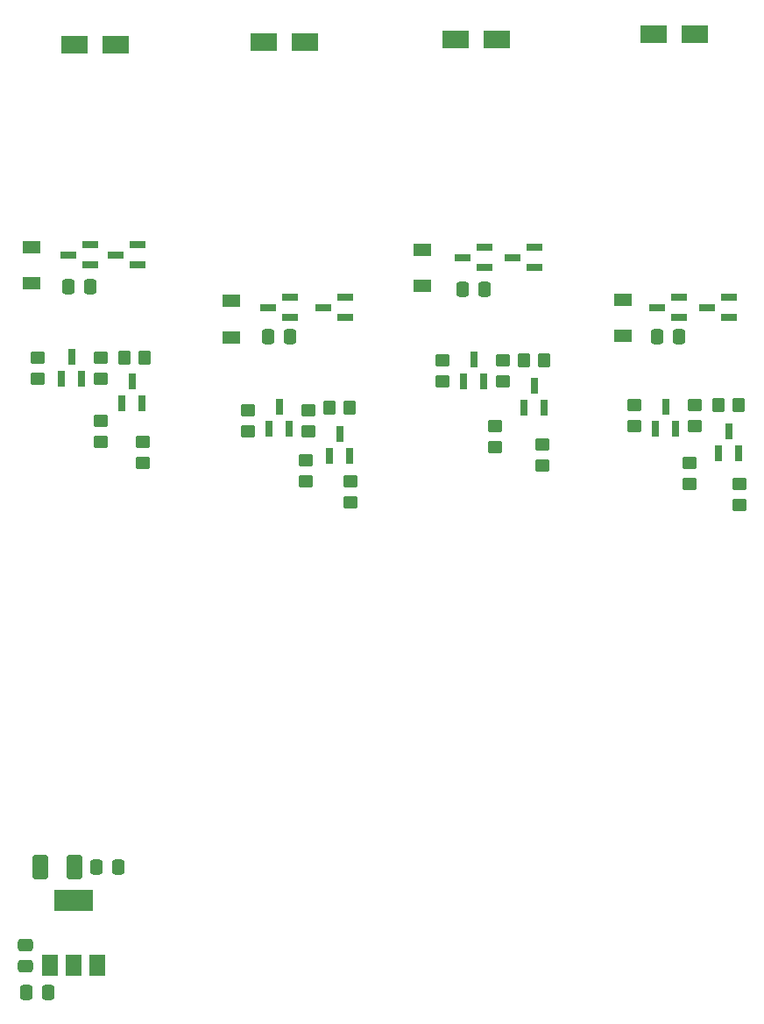
<source format=gbr>
%TF.GenerationSoftware,KiCad,Pcbnew,(6.0.2)*%
%TF.CreationDate,2022-05-13T11:42:35+02:00*%
%TF.ProjectId,shake-it-machine_pcb,7368616b-652d-4697-942d-6d616368696e,rev?*%
%TF.SameCoordinates,PXfad648a0PYf0f792d2*%
%TF.FileFunction,Paste,Bot*%
%TF.FilePolarity,Positive*%
%FSLAX46Y46*%
G04 Gerber Fmt 4.6, Leading zero omitted, Abs format (unit mm)*
G04 Created by KiCad (PCBNEW (6.0.2)) date 2022-05-13 11:42:35*
%MOMM*%
%LPD*%
G01*
G04 APERTURE LIST*
G04 Aperture macros list*
%AMRoundRect*
0 Rectangle with rounded corners*
0 $1 Rounding radius*
0 $2 $3 $4 $5 $6 $7 $8 $9 X,Y pos of 4 corners*
0 Add a 4 corners polygon primitive as box body*
4,1,4,$2,$3,$4,$5,$6,$7,$8,$9,$2,$3,0*
0 Add four circle primitives for the rounded corners*
1,1,$1+$1,$2,$3*
1,1,$1+$1,$4,$5*
1,1,$1+$1,$6,$7*
1,1,$1+$1,$8,$9*
0 Add four rect primitives between the rounded corners*
20,1,$1+$1,$2,$3,$4,$5,0*
20,1,$1+$1,$4,$5,$6,$7,0*
20,1,$1+$1,$6,$7,$8,$9,0*
20,1,$1+$1,$8,$9,$2,$3,0*%
G04 Aperture macros list end*
%ADD10R,2.500000X1.800000*%
%ADD11R,1.700000X1.300000*%
%ADD12R,1.600000X0.800000*%
%ADD13RoundRect,0.250000X0.337500X0.475000X-0.337500X0.475000X-0.337500X-0.475000X0.337500X-0.475000X0*%
%ADD14RoundRect,0.249999X0.450001X-0.350001X0.450001X0.350001X-0.450001X0.350001X-0.450001X-0.350001X0*%
%ADD15RoundRect,0.249999X-0.350001X-0.450001X0.350001X-0.450001X0.350001X0.450001X-0.350001X0.450001X0*%
%ADD16RoundRect,0.249999X-0.450001X0.350001X-0.450001X-0.350001X0.450001X-0.350001X0.450001X0.350001X0*%
%ADD17R,0.800000X1.600000*%
%ADD18RoundRect,0.250000X0.475000X-0.337500X0.475000X0.337500X-0.475000X0.337500X-0.475000X-0.337500X0*%
%ADD19RoundRect,0.250000X-0.337500X-0.475000X0.337500X-0.475000X0.337500X0.475000X-0.337500X0.475000X0*%
%ADD20RoundRect,0.250000X0.500000X0.925000X-0.500000X0.925000X-0.500000X-0.925000X0.500000X-0.925000X0*%
%ADD21R,1.500000X2.000000*%
%ADD22R,3.800000X2.000000*%
G04 APERTURE END LIST*
D10*
%TO.C,D8*%
X41122000Y95769522D03*
X37122000Y95769522D03*
%TD*%
D11*
%TO.C,D7*%
X33991200Y70747922D03*
X33991200Y67247922D03*
%TD*%
%TO.C,D9*%
X14661800Y75929522D03*
X14661800Y72429522D03*
%TD*%
D12*
%TO.C,Q17*%
X24948800Y76160722D03*
X24948800Y74230322D03*
X22812000Y75195522D03*
%TD*%
%TO.C,Q18*%
X20376800Y76160722D03*
X20376800Y74230322D03*
X18240000Y75195522D03*
%TD*%
D13*
%TO.C,C24*%
X20347500Y72147522D03*
X18272500Y72147522D03*
%TD*%
%TO.C,C23*%
X39651500Y67321522D03*
X37576500Y67321522D03*
%TD*%
D14*
%TO.C,R17*%
X54362000Y63019522D03*
X54362000Y65019522D03*
%TD*%
D15*
%TO.C,R13*%
X62252000Y65035522D03*
X64252000Y65035522D03*
%TD*%
D14*
%TO.C,R10*%
X59442000Y56653522D03*
X59442000Y58653522D03*
%TD*%
D16*
%TO.C,R8*%
X64014000Y56891522D03*
X64014000Y54891522D03*
%TD*%
D12*
%TO.C,Q8*%
X58476800Y75906722D03*
X58476800Y73976322D03*
X56340000Y74941522D03*
%TD*%
D17*
%TO.C,Q4*%
X58375200Y62952722D03*
X56444800Y62952722D03*
X57410000Y65089522D03*
%TD*%
D13*
%TO.C,C22*%
X58447500Y71893522D03*
X56372500Y71893522D03*
%TD*%
D11*
%TO.C,D4*%
X52482400Y75675522D03*
X52482400Y72175522D03*
%TD*%
D13*
%TO.C,C9*%
X16258100Y3999322D03*
X14183100Y3999322D03*
%TD*%
D18*
%TO.C,C10*%
X14128400Y6492422D03*
X14128400Y8567422D03*
%TD*%
D19*
%TO.C,C14*%
X20964900Y16089722D03*
X23039900Y16089722D03*
%TD*%
D20*
%TO.C,C15*%
X18801400Y16089722D03*
X15551400Y16089722D03*
%TD*%
D13*
%TO.C,C21*%
X77243500Y67321522D03*
X75168500Y67321522D03*
%TD*%
D11*
%TO.C,D3*%
X71811800Y70849522D03*
X71811800Y67349522D03*
%TD*%
D10*
%TO.C,D5*%
X78815600Y96531522D03*
X74815600Y96531522D03*
%TD*%
%TO.C,D6*%
X59689400Y96023522D03*
X55689400Y96023522D03*
%TD*%
%TO.C,D10*%
X22834000Y95515522D03*
X18834000Y95515522D03*
%TD*%
D17*
%TO.C,Q1*%
X83013200Y56040722D03*
X81082800Y56040722D03*
X82048000Y58177522D03*
%TD*%
%TO.C,Q2*%
X64217200Y60412722D03*
X62286800Y60412722D03*
X63252000Y62549522D03*
%TD*%
%TO.C,Q3*%
X76917200Y58380722D03*
X74986800Y58380722D03*
X75952000Y60517522D03*
%TD*%
D12*
%TO.C,Q5*%
X82098800Y71080722D03*
X82098800Y69150322D03*
X79962000Y70115522D03*
%TD*%
%TO.C,Q6*%
X77272800Y71080722D03*
X77272800Y69150322D03*
X75136000Y70115522D03*
%TD*%
%TO.C,Q7*%
X63302800Y75906722D03*
X63302800Y73976322D03*
X61166000Y74941522D03*
%TD*%
D17*
%TO.C,Q11*%
X45421200Y55786722D03*
X43490800Y55786722D03*
X44456000Y57923522D03*
%TD*%
%TO.C,Q12*%
X25355200Y60866722D03*
X23424800Y60866722D03*
X24390000Y63003522D03*
%TD*%
%TO.C,Q13*%
X39579200Y58380722D03*
X37648800Y58380722D03*
X38614000Y60517522D03*
%TD*%
%TO.C,Q14*%
X19513200Y63206722D03*
X17582800Y63206722D03*
X18548000Y65343522D03*
%TD*%
D12*
%TO.C,Q15*%
X45014800Y71080722D03*
X45014800Y69150322D03*
X42878000Y70115522D03*
%TD*%
%TO.C,Q16*%
X39680800Y71080722D03*
X39680800Y69150322D03*
X37544000Y70115522D03*
%TD*%
D16*
%TO.C,R7*%
X83064000Y53081522D03*
X83064000Y51081522D03*
%TD*%
D14*
%TO.C,R9*%
X78238000Y53113522D03*
X78238000Y55113522D03*
%TD*%
D15*
%TO.C,R11*%
X81048000Y60717522D03*
X83048000Y60717522D03*
%TD*%
D16*
%TO.C,R14*%
X78746000Y60701522D03*
X78746000Y58701522D03*
%TD*%
%TO.C,R15*%
X60204000Y65019522D03*
X60204000Y63019522D03*
%TD*%
D14*
%TO.C,R16*%
X72904000Y58701522D03*
X72904000Y60701522D03*
%TD*%
D16*
%TO.C,R22*%
X45472000Y53335522D03*
X45472000Y51335522D03*
%TD*%
D14*
%TO.C,R23*%
X41154000Y53367522D03*
X41154000Y55367522D03*
%TD*%
D16*
%TO.C,R26*%
X25406000Y57145522D03*
X25406000Y55145522D03*
%TD*%
D14*
%TO.C,R27*%
X21342000Y57177522D03*
X21342000Y59177522D03*
%TD*%
D15*
%TO.C,R28*%
X43456000Y60463522D03*
X45456000Y60463522D03*
%TD*%
D16*
%TO.C,R29*%
X41408000Y60193522D03*
X41408000Y58193522D03*
%TD*%
D15*
%TO.C,R30*%
X23644000Y65289522D03*
X25644000Y65289522D03*
%TD*%
D16*
%TO.C,R31*%
X21342000Y65273522D03*
X21342000Y63273522D03*
%TD*%
D14*
%TO.C,R32*%
X35566000Y58193522D03*
X35566000Y60193522D03*
%TD*%
D16*
%TO.C,R33*%
X15246000Y65273522D03*
X15246000Y63273522D03*
%TD*%
D21*
%TO.C,U3*%
X21076600Y6589722D03*
X18776600Y6589722D03*
D22*
X18776600Y12889722D03*
D21*
X16476600Y6589722D03*
%TD*%
M02*

</source>
